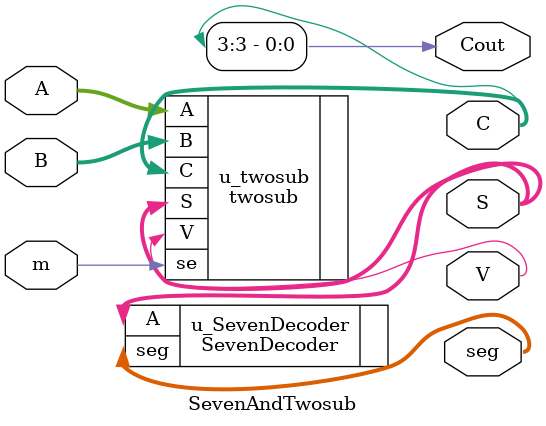
<source format=sv>
module SevenAndTwosub(
    input [3:0]A , B,
    input m,
    output logic [3:0]S,
    output logic [3:0]C,
    output logic V,
    output logic Cout,
    output logic [6:0]seg
);


twosub u_twosub(
    .se(m),
	.A(A),
	.B(B),
	.V(V),
	.S(S),
	.C(C)
);

SevenDecoder u_SevenDecoder(
    .A(S),
    .seg(seg)
);

assign Cout = C[3];
endmodule

</source>
